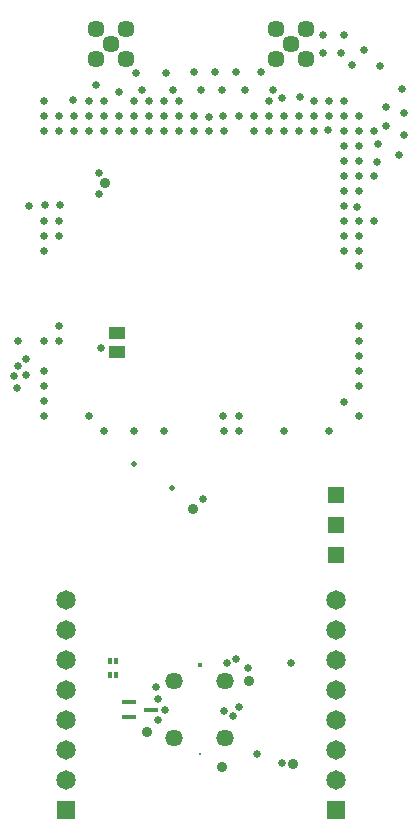
<source format=gbr>
%TF.GenerationSoftware,Altium Limited,Altium Designer,23.7.1 (13)*%
G04 Layer_Color=16711935*
%FSLAX45Y45*%
%MOMM*%
%TF.SameCoordinates,13906D11-38DA-49B6-AFB5-B3B90C62E25A*%
%TF.FilePolarity,Negative*%
%TF.FileFunction,Soldermask,Bot*%
%TF.Part,Single*%
G01*
G75*
%TA.AperFunction,ComponentPad*%
%ADD34C,0.44500*%
%ADD35C,0.26000*%
%ADD36C,1.46000*%
%ADD37C,1.44600*%
%ADD38C,1.65000*%
%ADD39R,1.65000X1.65000*%
%ADD40R,1.40000X1.40000*%
%TA.AperFunction,ViaPad*%
%ADD41C,0.50000*%
%ADD42C,0.65000*%
%ADD43C,0.90000*%
%TA.AperFunction,SMDPad,CuDef*%
%ADD44R,1.20000X0.40000*%
%ADD45R,0.32500X0.50000*%
%ADD46R,1.47000X0.99000*%
D34*
X9131300Y4146900D02*
D03*
D35*
Y3396900D02*
D03*
D36*
X9346300Y3531900D02*
D03*
Y4011900D02*
D03*
X8916300D02*
D03*
Y3531900D02*
D03*
D37*
X8382000Y9410700D02*
D03*
X8255000Y9537700D02*
D03*
Y9283700D02*
D03*
X8509000D02*
D03*
Y9537700D02*
D03*
X9906000Y9410700D02*
D03*
X9779000Y9537700D02*
D03*
Y9283700D02*
D03*
X10033000D02*
D03*
Y9537700D02*
D03*
D38*
X10285999Y4699000D02*
D03*
Y4445000D02*
D03*
Y4191000D02*
D03*
Y3937000D02*
D03*
Y3683000D02*
D03*
Y3429000D02*
D03*
Y3175000D02*
D03*
X7999999Y4699000D02*
D03*
Y4445000D02*
D03*
Y4191000D02*
D03*
Y3937000D02*
D03*
Y3683000D02*
D03*
Y3429000D02*
D03*
Y3175000D02*
D03*
D39*
X10285999Y2921000D02*
D03*
X7999999D02*
D03*
D40*
X10286000Y5080000D02*
D03*
Y5334000D02*
D03*
X10287000Y5588000D02*
D03*
D41*
X8892540Y5651500D02*
D03*
X8577580Y5852160D02*
D03*
D42*
X9537700Y4127500D02*
D03*
X7586980Y6497320D02*
D03*
X7658100Y6604000D02*
D03*
X8280400Y8140700D02*
D03*
Y8318500D02*
D03*
X7594600Y6680200D02*
D03*
X7556500Y6593840D02*
D03*
X9410700Y3721100D02*
D03*
X9461500Y3797300D02*
D03*
X8763000Y3962400D02*
D03*
X8590280Y9161780D02*
D03*
X9359900Y4165600D02*
D03*
X9824720Y3322320D02*
D03*
X9161780Y5552440D02*
D03*
X8293100Y6832600D02*
D03*
X10633489Y8413403D02*
D03*
X7810500Y6261100D02*
D03*
X7818784Y8047384D02*
D03*
X7944784D02*
D03*
X8953500Y8928100D02*
D03*
X9334500Y8674100D02*
D03*
X9327650Y8801100D02*
D03*
X9213350Y8788400D02*
D03*
X10464300Y8026400D02*
D03*
X10353425Y6375400D02*
D03*
X9588500Y8674100D02*
D03*
X9461500Y8801100D02*
D03*
X9715500Y8928100D02*
D03*
X9829800Y8953500D02*
D03*
X8064500Y8801100D02*
D03*
X7937500D02*
D03*
Y7023100D02*
D03*
X9330497Y6258413D02*
D03*
X9461000Y6134100D02*
D03*
X10604500Y7912100D02*
D03*
X10637469Y8560756D02*
D03*
X9983156Y8961069D02*
D03*
X8249920Y9057640D02*
D03*
X9080500Y9169400D02*
D03*
X9258300D02*
D03*
X9436100D02*
D03*
X9652000D02*
D03*
X9753600Y9017000D02*
D03*
X9512300D02*
D03*
X9321800D02*
D03*
X9144000D02*
D03*
X8902700D02*
D03*
X8638540Y9019540D02*
D03*
X8448040Y9004300D02*
D03*
X8849360Y9161780D02*
D03*
X10706100Y8712200D02*
D03*
Y8877300D02*
D03*
X10419080Y9227820D02*
D03*
X10325100Y9334500D02*
D03*
X10172700D02*
D03*
Y9486900D02*
D03*
X10350500D02*
D03*
X10523220Y9354820D02*
D03*
X10655300Y9222740D02*
D03*
X10845800Y9029700D02*
D03*
X10858500Y8826500D02*
D03*
Y8636000D02*
D03*
X10820400Y8470900D02*
D03*
X9906000Y4165600D02*
D03*
X8839200Y3771900D02*
D03*
X7810500Y6388100D02*
D03*
Y6515100D02*
D03*
X7937500Y6896100D02*
D03*
X7810500Y6643100D02*
D03*
X7658100Y6744700D02*
D03*
X7810500Y6895600D02*
D03*
Y7658100D02*
D03*
X7937500Y7785600D02*
D03*
Y7912100D02*
D03*
X7810500Y7785100D02*
D03*
X7809500Y7912100D02*
D03*
X7683500Y8039600D02*
D03*
X7810500Y8674100D02*
D03*
X7810000Y8801100D02*
D03*
Y8928100D02*
D03*
X7937000Y8674100D02*
D03*
X8055867Y8933219D02*
D03*
X8064500Y8674100D02*
D03*
X8191500D02*
D03*
Y8801100D02*
D03*
Y8927600D02*
D03*
X8318500D02*
D03*
Y8800600D02*
D03*
Y8673600D02*
D03*
X8445500Y8674100D02*
D03*
Y8801350D02*
D03*
X8572500Y8928100D02*
D03*
Y8801100D02*
D03*
Y8674100D02*
D03*
X8699500D02*
D03*
Y8801100D02*
D03*
Y8927600D02*
D03*
X8826500Y8928100D02*
D03*
Y8801100D02*
D03*
Y8674100D02*
D03*
X9080500D02*
D03*
X8953500D02*
D03*
Y8800600D02*
D03*
X9080500Y8801100D02*
D03*
X9207500Y8674100D02*
D03*
X9588500Y8801100D02*
D03*
X9715500Y8674100D02*
D03*
Y8801100D02*
D03*
X9842500D02*
D03*
Y8674100D02*
D03*
X9969500Y8673850D02*
D03*
X9969000Y8801100D02*
D03*
X10096500Y8928100D02*
D03*
Y8801100D02*
D03*
Y8674100D02*
D03*
X10223000Y8801100D02*
D03*
X10223500Y8928100D02*
D03*
X10350500Y8801100D02*
D03*
Y8928100D02*
D03*
Y8674100D02*
D03*
X10219728Y8679365D02*
D03*
X10350500Y8547100D02*
D03*
X10477000Y8674100D02*
D03*
X10477500Y8801600D02*
D03*
X10604000Y8674100D02*
D03*
X10477000Y8547100D02*
D03*
X10350500Y8420100D02*
D03*
X10350000Y8293100D02*
D03*
X10477000Y8420100D02*
D03*
X10604000Y8293100D02*
D03*
X10477000D02*
D03*
X10350000Y8166100D02*
D03*
X10477500D02*
D03*
X10350000Y8039100D02*
D03*
X10350000Y7912100D02*
D03*
X10477500D02*
D03*
Y7785100D02*
D03*
X10350000D02*
D03*
Y7658100D02*
D03*
X10477500D02*
D03*
Y7531100D02*
D03*
X10477000Y7023100D02*
D03*
X10477000Y6896100D02*
D03*
Y6769100D02*
D03*
Y6642100D02*
D03*
Y6515100D02*
D03*
X10477500Y6261100D02*
D03*
X10223500Y6134100D02*
D03*
X9842500D02*
D03*
X8826500Y6134600D02*
D03*
X8191000Y6261100D02*
D03*
X8318500Y6134100D02*
D03*
X8572500D02*
D03*
X9461500Y6261100D02*
D03*
X9334500Y6134100D02*
D03*
X9436100Y4203700D02*
D03*
X7594600Y6896100D02*
D03*
X9617700Y3399800D02*
D03*
X8775700Y3860800D02*
D03*
Y3683000D02*
D03*
X9334500Y3759200D02*
D03*
D43*
X9923780Y3312160D02*
D03*
X9076700Y5473700D02*
D03*
X9321800Y3289300D02*
D03*
X8686800Y3581400D02*
D03*
X9550400Y4013200D02*
D03*
X8331200Y8229600D02*
D03*
D44*
X8718300Y3771900D02*
D03*
X8528300Y3836900D02*
D03*
Y3706900D02*
D03*
D45*
X8368400Y4188700D02*
D03*
X8420900D02*
D03*
Y4066300D02*
D03*
X8368400D02*
D03*
D46*
X8432800Y6965400D02*
D03*
Y6801400D02*
D03*
%TF.MD5,1a46e00128816b7a4323ad5f4df0c8f2*%
M02*

</source>
